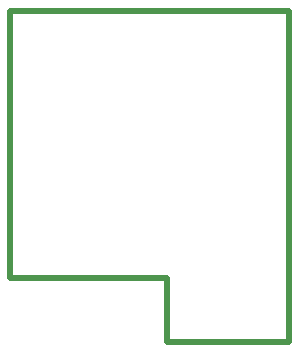
<source format=gko>
%FSLAX43Y43*%
%MOMM*%
G71*
G01*
G75*
%ADD10R,1.600X1.800*%
%ADD11R,0.600X2.150*%
%ADD12C,0.600*%
%ADD13R,1.500X1.500*%
%ADD14C,1.300*%
%ADD15R,1.803X2.003*%
%ADD16R,0.803X2.353*%
%ADD17R,1.703X1.703*%
%ADD18C,1.503*%
%ADD19C,0.500*%
D19*
X11600Y60000D02*
X11625Y59975D01*
X35100D01*
Y32000D02*
Y59975D01*
X24825Y32000D02*
X35100D01*
X24825D02*
Y37375D01*
X24800Y37400D02*
X24825Y37375D01*
X11550Y37400D02*
X24800D01*
X11525Y37425D02*
X11550Y37400D01*
X11525Y37425D02*
Y60000D01*
M02*

</source>
